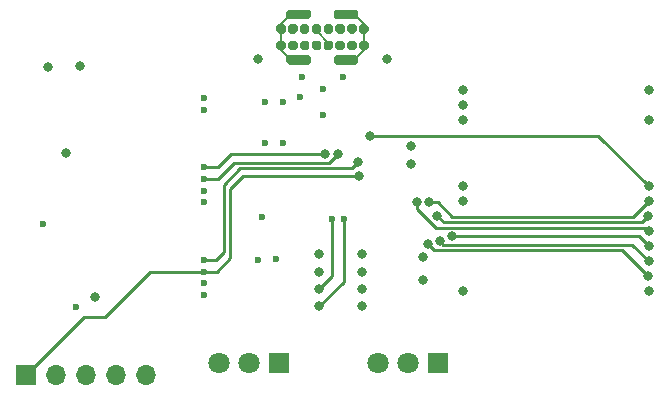
<source format=gbr>
%TF.GenerationSoftware,KiCad,Pcbnew,5.1.8-db9833491~87~ubuntu20.04.1*%
%TF.CreationDate,2020-11-23T17:51:26+01:00*%
%TF.ProjectId,rosalyn-tx,726f7361-6c79-46e2-9d74-782e6b696361,v1.0*%
%TF.SameCoordinates,Original*%
%TF.FileFunction,Copper,L4,Bot*%
%TF.FilePolarity,Positive*%
%FSLAX46Y46*%
G04 Gerber Fmt 4.6, Leading zero omitted, Abs format (unit mm)*
G04 Created by KiCad (PCBNEW 5.1.8-db9833491~87~ubuntu20.04.1) date 2020-11-23 17:51:26*
%MOMM*%
%LPD*%
G01*
G04 APERTURE LIST*
%TA.AperFunction,ComponentPad*%
%ADD10R,1.700000X1.700000*%
%TD*%
%TA.AperFunction,ComponentPad*%
%ADD11O,1.700000X1.700000*%
%TD*%
%TA.AperFunction,ComponentPad*%
%ADD12C,1.800000*%
%TD*%
%TA.AperFunction,ComponentPad*%
%ADD13R,1.800000X1.800000*%
%TD*%
%TA.AperFunction,ViaPad*%
%ADD14C,0.800000*%
%TD*%
%TA.AperFunction,ViaPad*%
%ADD15C,0.600000*%
%TD*%
%TA.AperFunction,Conductor*%
%ADD16C,0.200000*%
%TD*%
%TA.AperFunction,Conductor*%
%ADD17C,0.250000*%
%TD*%
G04 APERTURE END LIST*
%TO.P,J1,B8*%
%TO.N,N/C*%
%TA.AperFunction,ComponentPad*%
G36*
G01*
X145740000Y-48400000D02*
X145740000Y-48000000D01*
G75*
G02*
X145940000Y-47800000I200000J0D01*
G01*
X146340000Y-47800000D01*
G75*
G02*
X146540000Y-48000000I0J-200000D01*
G01*
X146540000Y-48400000D01*
G75*
G02*
X146340000Y-48600000I-200000J0D01*
G01*
X145940000Y-48600000D01*
G75*
G02*
X145740000Y-48400000I0J200000D01*
G01*
G37*
%TD.AperFunction*%
%TO.P,J1,A8*%
%TA.AperFunction,ComponentPad*%
G36*
G01*
X148740000Y-47000000D02*
X148740000Y-46600000D01*
G75*
G02*
X148940000Y-46400000I200000J0D01*
G01*
X149340000Y-46400000D01*
G75*
G02*
X149540000Y-46600000I0J-200000D01*
G01*
X149540000Y-47000000D01*
G75*
G02*
X149340000Y-47200000I-200000J0D01*
G01*
X148940000Y-47200000D01*
G75*
G02*
X148740000Y-47000000I0J200000D01*
G01*
G37*
%TD.AperFunction*%
%TO.P,J1,S1*%
%TO.N,GND*%
%TA.AperFunction,ComponentPad*%
G36*
G01*
X144590000Y-49630000D02*
X144590000Y-49230000D01*
G75*
G02*
X144790000Y-49030000I200000J0D01*
G01*
X146490000Y-49030000D01*
G75*
G02*
X146690000Y-49230000I0J-200000D01*
G01*
X146690000Y-49630000D01*
G75*
G02*
X146490000Y-49830000I-200000J0D01*
G01*
X144790000Y-49830000D01*
G75*
G02*
X144590000Y-49630000I0J200000D01*
G01*
G37*
%TD.AperFunction*%
%TA.AperFunction,ComponentPad*%
G36*
G01*
X148590000Y-49630000D02*
X148590000Y-49230000D01*
G75*
G02*
X148790000Y-49030000I200000J0D01*
G01*
X150490000Y-49030000D01*
G75*
G02*
X150690000Y-49230000I0J-200000D01*
G01*
X150690000Y-49630000D01*
G75*
G02*
X150490000Y-49830000I-200000J0D01*
G01*
X148790000Y-49830000D01*
G75*
G02*
X148590000Y-49630000I0J200000D01*
G01*
G37*
%TD.AperFunction*%
%TA.AperFunction,ComponentPad*%
G36*
G01*
X148590000Y-45770000D02*
X148590000Y-45370000D01*
G75*
G02*
X148790000Y-45170000I200000J0D01*
G01*
X150490000Y-45170000D01*
G75*
G02*
X150690000Y-45370000I0J-200000D01*
G01*
X150690000Y-45770000D01*
G75*
G02*
X150490000Y-45970000I-200000J0D01*
G01*
X148790000Y-45970000D01*
G75*
G02*
X148590000Y-45770000I0J200000D01*
G01*
G37*
%TD.AperFunction*%
%TA.AperFunction,ComponentPad*%
G36*
G01*
X144590000Y-45770000D02*
X144590000Y-45370000D01*
G75*
G02*
X144790000Y-45170000I200000J0D01*
G01*
X146490000Y-45170000D01*
G75*
G02*
X146690000Y-45370000I0J-200000D01*
G01*
X146690000Y-45770000D01*
G75*
G02*
X146490000Y-45970000I-200000J0D01*
G01*
X144790000Y-45970000D01*
G75*
G02*
X144590000Y-45770000I0J200000D01*
G01*
G37*
%TD.AperFunction*%
%TO.P,J1,A12*%
%TA.AperFunction,ComponentPad*%
G36*
G01*
X150740000Y-47000000D02*
X150740000Y-46600000D01*
G75*
G02*
X150940000Y-46400000I200000J0D01*
G01*
X151340000Y-46400000D01*
G75*
G02*
X151540000Y-46600000I0J-200000D01*
G01*
X151540000Y-47000000D01*
G75*
G02*
X151340000Y-47200000I-200000J0D01*
G01*
X150940000Y-47200000D01*
G75*
G02*
X150740000Y-47000000I0J200000D01*
G01*
G37*
%TD.AperFunction*%
%TO.P,J1,A9*%
%TO.N,vcc_usb*%
%TA.AperFunction,ComponentPad*%
G36*
G01*
X149740000Y-47000000D02*
X149740000Y-46600000D01*
G75*
G02*
X149940000Y-46400000I200000J0D01*
G01*
X150340000Y-46400000D01*
G75*
G02*
X150540000Y-46600000I0J-200000D01*
G01*
X150540000Y-47000000D01*
G75*
G02*
X150340000Y-47200000I-200000J0D01*
G01*
X149940000Y-47200000D01*
G75*
G02*
X149740000Y-47000000I0J200000D01*
G01*
G37*
%TD.AperFunction*%
%TO.P,J1,A7*%
%TO.N,usb_N*%
%TA.AperFunction,ComponentPad*%
G36*
G01*
X147740000Y-47000000D02*
X147740000Y-46600000D01*
G75*
G02*
X147940000Y-46400000I200000J0D01*
G01*
X148340000Y-46400000D01*
G75*
G02*
X148540000Y-46600000I0J-200000D01*
G01*
X148540000Y-47000000D01*
G75*
G02*
X148340000Y-47200000I-200000J0D01*
G01*
X147940000Y-47200000D01*
G75*
G02*
X147740000Y-47000000I0J200000D01*
G01*
G37*
%TD.AperFunction*%
%TO.P,J1,A6*%
%TO.N,usb_P*%
%TA.AperFunction,ComponentPad*%
G36*
G01*
X146740000Y-47000000D02*
X146740000Y-46600000D01*
G75*
G02*
X146940000Y-46400000I200000J0D01*
G01*
X147340000Y-46400000D01*
G75*
G02*
X147540000Y-46600000I0J-200000D01*
G01*
X147540000Y-47000000D01*
G75*
G02*
X147340000Y-47200000I-200000J0D01*
G01*
X146940000Y-47200000D01*
G75*
G02*
X146740000Y-47000000I0J200000D01*
G01*
G37*
%TD.AperFunction*%
%TO.P,J1,A5*%
%TO.N,Net-(J1-PadA5)*%
%TA.AperFunction,ComponentPad*%
G36*
G01*
X145740000Y-47000000D02*
X145740000Y-46600000D01*
G75*
G02*
X145940000Y-46400000I200000J0D01*
G01*
X146340000Y-46400000D01*
G75*
G02*
X146540000Y-46600000I0J-200000D01*
G01*
X146540000Y-47000000D01*
G75*
G02*
X146340000Y-47200000I-200000J0D01*
G01*
X145940000Y-47200000D01*
G75*
G02*
X145740000Y-47000000I0J200000D01*
G01*
G37*
%TD.AperFunction*%
%TO.P,J1,A4*%
%TO.N,vcc_usb*%
%TA.AperFunction,ComponentPad*%
G36*
G01*
X144740000Y-47000000D02*
X144740000Y-46600000D01*
G75*
G02*
X144940000Y-46400000I200000J0D01*
G01*
X145340000Y-46400000D01*
G75*
G02*
X145540000Y-46600000I0J-200000D01*
G01*
X145540000Y-47000000D01*
G75*
G02*
X145340000Y-47200000I-200000J0D01*
G01*
X144940000Y-47200000D01*
G75*
G02*
X144740000Y-47000000I0J200000D01*
G01*
G37*
%TD.AperFunction*%
%TO.P,J1,A1*%
%TO.N,GND*%
%TA.AperFunction,ComponentPad*%
G36*
G01*
X143740000Y-47000000D02*
X143740000Y-46600000D01*
G75*
G02*
X143940000Y-46400000I200000J0D01*
G01*
X144340000Y-46400000D01*
G75*
G02*
X144540000Y-46600000I0J-200000D01*
G01*
X144540000Y-47000000D01*
G75*
G02*
X144340000Y-47200000I-200000J0D01*
G01*
X143940000Y-47200000D01*
G75*
G02*
X143740000Y-47000000I0J200000D01*
G01*
G37*
%TD.AperFunction*%
%TO.P,J1,B12*%
%TA.AperFunction,ComponentPad*%
G36*
G01*
X143740000Y-48400000D02*
X143740000Y-48000000D01*
G75*
G02*
X143940000Y-47800000I200000J0D01*
G01*
X144340000Y-47800000D01*
G75*
G02*
X144540000Y-48000000I0J-200000D01*
G01*
X144540000Y-48400000D01*
G75*
G02*
X144340000Y-48600000I-200000J0D01*
G01*
X143940000Y-48600000D01*
G75*
G02*
X143740000Y-48400000I0J200000D01*
G01*
G37*
%TD.AperFunction*%
%TO.P,J1,B9*%
%TO.N,vcc_usb*%
%TA.AperFunction,ComponentPad*%
G36*
G01*
X144740000Y-48400000D02*
X144740000Y-48000000D01*
G75*
G02*
X144940000Y-47800000I200000J0D01*
G01*
X145340000Y-47800000D01*
G75*
G02*
X145540000Y-48000000I0J-200000D01*
G01*
X145540000Y-48400000D01*
G75*
G02*
X145340000Y-48600000I-200000J0D01*
G01*
X144940000Y-48600000D01*
G75*
G02*
X144740000Y-48400000I0J200000D01*
G01*
G37*
%TD.AperFunction*%
%TO.P,J1,B7*%
%TO.N,usb_N*%
%TA.AperFunction,ComponentPad*%
G36*
G01*
X146740000Y-48400000D02*
X146740000Y-48000000D01*
G75*
G02*
X146940000Y-47800000I200000J0D01*
G01*
X147340000Y-47800000D01*
G75*
G02*
X147540000Y-48000000I0J-200000D01*
G01*
X147540000Y-48400000D01*
G75*
G02*
X147340000Y-48600000I-200000J0D01*
G01*
X146940000Y-48600000D01*
G75*
G02*
X146740000Y-48400000I0J200000D01*
G01*
G37*
%TD.AperFunction*%
%TO.P,J1,B1*%
%TO.N,GND*%
%TA.AperFunction,ComponentPad*%
G36*
G01*
X150740000Y-48400000D02*
X150740000Y-48000000D01*
G75*
G02*
X150940000Y-47800000I200000J0D01*
G01*
X151340000Y-47800000D01*
G75*
G02*
X151540000Y-48000000I0J-200000D01*
G01*
X151540000Y-48400000D01*
G75*
G02*
X151340000Y-48600000I-200000J0D01*
G01*
X150940000Y-48600000D01*
G75*
G02*
X150740000Y-48400000I0J200000D01*
G01*
G37*
%TD.AperFunction*%
%TO.P,J1,B4*%
%TO.N,vcc_usb*%
%TA.AperFunction,ComponentPad*%
G36*
G01*
X149740000Y-48400000D02*
X149740000Y-48000000D01*
G75*
G02*
X149940000Y-47800000I200000J0D01*
G01*
X150340000Y-47800000D01*
G75*
G02*
X150540000Y-48000000I0J-200000D01*
G01*
X150540000Y-48400000D01*
G75*
G02*
X150340000Y-48600000I-200000J0D01*
G01*
X149940000Y-48600000D01*
G75*
G02*
X149740000Y-48400000I0J200000D01*
G01*
G37*
%TD.AperFunction*%
%TO.P,J1,B5*%
%TO.N,Net-(J1-PadB5)*%
%TA.AperFunction,ComponentPad*%
G36*
G01*
X148740000Y-48400000D02*
X148740000Y-48000000D01*
G75*
G02*
X148940000Y-47800000I200000J0D01*
G01*
X149340000Y-47800000D01*
G75*
G02*
X149540000Y-48000000I0J-200000D01*
G01*
X149540000Y-48400000D01*
G75*
G02*
X149340000Y-48600000I-200000J0D01*
G01*
X148940000Y-48600000D01*
G75*
G02*
X148740000Y-48400000I0J200000D01*
G01*
G37*
%TD.AperFunction*%
%TO.P,J1,B6*%
%TO.N,usb_P*%
%TA.AperFunction,ComponentPad*%
G36*
G01*
X147740000Y-48400000D02*
X147740000Y-48000000D01*
G75*
G02*
X147940000Y-47800000I200000J0D01*
G01*
X148340000Y-47800000D01*
G75*
G02*
X148540000Y-48000000I0J-200000D01*
G01*
X148540000Y-48400000D01*
G75*
G02*
X148340000Y-48600000I-200000J0D01*
G01*
X147940000Y-48600000D01*
G75*
G02*
X147740000Y-48400000I0J200000D01*
G01*
G37*
%TD.AperFunction*%
%TD*%
D10*
%TO.P,J3,1*%
%TO.N,uart3_tx*%
X122540000Y-76070000D03*
D11*
%TO.P,J3,2*%
%TO.N,N/C*%
X125080000Y-76070000D03*
%TO.P,J3,3*%
%TO.N,vcc_tng9x*%
X127620000Y-76070000D03*
%TO.P,J3,4*%
%TO.N,GND*%
X130160000Y-76070000D03*
%TO.P,J3,5*%
%TO.N,uart3_rx*%
X132700000Y-76070000D03*
%TD*%
D12*
%TO.P,D3,3*%
%TO.N,Net-(D3-Pad3)*%
X138920000Y-75100000D03*
%TO.P,D3,2*%
%TO.N,+3V3*%
X141460000Y-75100000D03*
D13*
%TO.P,D3,1*%
%TO.N,Net-(D3-Pad1)*%
X144000000Y-75100000D03*
%TD*%
%TO.P,D4,1*%
%TO.N,Net-(D4-Pad1)*%
X157460000Y-75100000D03*
D12*
%TO.P,D4,2*%
%TO.N,+3V3*%
X154920000Y-75100000D03*
%TO.P,D4,3*%
%TO.N,Net-(D4-Pad3)*%
X152380000Y-75100000D03*
%TD*%
D14*
%TO.N,GND*%
X159550000Y-68990000D03*
X175250000Y-69000000D03*
X175250000Y-54540000D03*
X175260000Y-52010000D03*
X159550000Y-52000000D03*
X159550000Y-53260000D03*
X159550000Y-54540000D03*
X159550000Y-60110000D03*
X155139998Y-58270000D03*
X150990000Y-68830000D03*
X125970000Y-57310000D03*
X124376312Y-50017943D03*
X147340000Y-65880000D03*
X159570000Y-61370002D03*
X142200000Y-49320000D03*
X153100000Y-49320000D03*
D15*
X142160000Y-66330000D03*
X144270000Y-53000000D03*
D14*
X156140000Y-68050000D03*
D15*
X137600000Y-52650000D03*
X137600000Y-60500000D03*
X137600000Y-68350000D03*
X126790000Y-70310000D03*
X123940000Y-63320000D03*
D14*
X128410000Y-69540000D03*
D15*
X142770000Y-53000000D03*
X142560000Y-62710000D03*
D14*
X150969529Y-70260153D03*
X147349988Y-67349988D03*
D15*
X147660000Y-54130000D03*
D14*
%TO.N,+3V3*%
X150990000Y-65880000D03*
X155170000Y-56740000D03*
D15*
X143720000Y-66320000D03*
X144290000Y-56450000D03*
D14*
X156130000Y-66150000D03*
X127149996Y-49940000D03*
D15*
X137600000Y-53640000D03*
X137600000Y-61490000D03*
X137600000Y-69350000D03*
D14*
X151000000Y-67350000D03*
D15*
X142780000Y-56460000D03*
%TO.N,vcc_usb*%
X147650000Y-51930000D03*
X145769998Y-52570000D03*
D14*
%TO.N,e22_nrst*%
X175249998Y-65190000D03*
X158627341Y-64344979D03*
%TO.N,e22_busy*%
X175250000Y-66450000D03*
X157614181Y-64794990D03*
%TO.N,uart1_rx*%
X147890000Y-57380000D03*
D15*
X137600000Y-58500000D03*
D14*
%TO.N,uart1_tx*%
X148980000Y-57370000D03*
D15*
X137600000Y-59500000D03*
D14*
%TO.N,e22_dio1*%
X175230000Y-67730000D03*
X156587020Y-65012978D03*
%TO.N,spi1_sck*%
X175250000Y-61380000D03*
X156645351Y-61470000D03*
%TO.N,spi1_miso*%
X155644231Y-61445801D03*
X175260000Y-63922341D03*
%TO.N,spi1_mosi*%
X175240589Y-62638060D03*
X157370361Y-62639962D03*
%TO.N,uart3_rx*%
X150650000Y-58090000D03*
D15*
X137600000Y-66350000D03*
D14*
%TO.N,uart3_tx*%
X150770000Y-59280000D03*
D15*
X137600000Y-67350000D03*
D14*
%TO.N,Net-(R7-Pad1)*%
X147340000Y-70300000D03*
D15*
X149430000Y-62910000D03*
%TO.N,Net-(C5-Pad1)*%
X148430000Y-62910000D03*
D14*
X147340000Y-68830000D03*
D15*
%TO.N,usb_N*%
X149420000Y-50900000D03*
%TO.N,usb_P*%
X145880000Y-50900000D03*
D14*
%TO.N,e22_nss*%
X175250000Y-60110000D03*
X151672502Y-55837500D03*
%TD*%
D16*
%TO.N,GND*%
X144140000Y-46800000D02*
X144140000Y-48200000D01*
X144970000Y-49430000D02*
X145640000Y-49430000D01*
X144140000Y-48600000D02*
X144970000Y-49430000D01*
X144140000Y-48200000D02*
X144140000Y-48600000D01*
X144970000Y-45570000D02*
X145640000Y-45570000D01*
X144140000Y-46400000D02*
X144970000Y-45570000D01*
X144140000Y-46800000D02*
X144140000Y-46400000D01*
X151140000Y-46800000D02*
X151140000Y-48200000D01*
X151140000Y-46400000D02*
X150310000Y-45570000D01*
X150310000Y-45570000D02*
X149640000Y-45570000D01*
X151140000Y-46800000D02*
X151140000Y-46400000D01*
X150310000Y-49430000D02*
X149640000Y-49430000D01*
X151140000Y-48600000D02*
X150310000Y-49430000D01*
X151140000Y-48200000D02*
X151140000Y-48600000D01*
D17*
%TO.N,e22_nrst*%
X174404977Y-64344979D02*
X158627341Y-64344979D01*
X175249998Y-65190000D02*
X174404977Y-64344979D01*
%TO.N,e22_busy*%
X175250000Y-66450000D02*
X173869989Y-65069989D01*
X173869989Y-65069989D02*
X157889180Y-65069989D01*
X157889180Y-65069989D02*
X157614181Y-64794990D01*
%TO.N,uart1_rx*%
X138820000Y-58500000D02*
X139940000Y-57380000D01*
X137600000Y-58500000D02*
X138820000Y-58500000D01*
X144310000Y-57380000D02*
X147890000Y-57380000D01*
X139940000Y-57380000D02*
X144310000Y-57380000D01*
%TO.N,uart1_tx*%
X138790000Y-59500000D02*
X137600000Y-59500000D01*
X140134998Y-58155002D02*
X138790000Y-59500000D01*
X148980000Y-57370000D02*
X148194998Y-58155002D01*
X140134998Y-58155002D02*
X148194998Y-58155002D01*
%TO.N,e22_dio1*%
X157094042Y-65520000D02*
X156587020Y-65012978D01*
X175230000Y-67730000D02*
X173020000Y-65520000D01*
X173020000Y-65520000D02*
X157094042Y-65520000D01*
%TO.N,spi1_sck*%
X175250000Y-61380000D02*
X173910044Y-62719956D01*
X158633226Y-62719956D02*
X157383270Y-61470000D01*
X157383270Y-61470000D02*
X156645351Y-61470000D01*
X173910044Y-62719956D02*
X158633226Y-62719956D01*
%TO.N,spi1_miso*%
X157252723Y-63619978D02*
X174957637Y-63619978D01*
X155644231Y-62011486D02*
X157252723Y-63619978D01*
X155644231Y-61445801D02*
X155644231Y-62011486D01*
X174957637Y-63619978D02*
X175260000Y-63922341D01*
%TO.N,spi1_mosi*%
X174708682Y-63169967D02*
X157900366Y-63169967D01*
X157900366Y-63169967D02*
X157370361Y-62639962D01*
X175240589Y-62638060D02*
X174708682Y-63169967D01*
%TO.N,uart3_rx*%
X139270000Y-65690000D02*
X139270000Y-59990000D01*
X139270000Y-59990000D02*
X140654987Y-58605013D01*
X138610000Y-66350000D02*
X139270000Y-65690000D01*
X150134987Y-58605013D02*
X150650000Y-58090000D01*
X137600000Y-66350000D02*
X138610000Y-66350000D01*
X150134987Y-58605013D02*
X140654987Y-58605013D01*
%TO.N,uart3_tx*%
X138710000Y-67350000D02*
X137600000Y-67350000D01*
X139840000Y-66220000D02*
X138710000Y-67350000D01*
X139840000Y-60380000D02*
X139840000Y-66220000D01*
X140940000Y-59280000D02*
X139840000Y-60380000D01*
X140940000Y-59280000D02*
X150770000Y-59280000D01*
X127450000Y-71160000D02*
X122540000Y-76070000D01*
X129200000Y-71160000D02*
X127450000Y-71160000D01*
X133010000Y-67350000D02*
X129200000Y-71160000D01*
X137600000Y-67350000D02*
X133010000Y-67350000D01*
%TO.N,Net-(R7-Pad1)*%
X149430000Y-68210000D02*
X147340000Y-70300000D01*
X149430000Y-62910000D02*
X149430000Y-68210000D01*
%TO.N,Net-(C5-Pad1)*%
X148430000Y-67740000D02*
X147340000Y-68830000D01*
X148430000Y-62910000D02*
X148430000Y-67740000D01*
D16*
%TO.N,usb_P*%
X148140000Y-47957122D02*
X148140000Y-48200000D01*
X147140000Y-46957122D02*
X148140000Y-47957122D01*
X147140000Y-46800000D02*
X147140000Y-46957122D01*
D17*
%TO.N,e22_nss*%
X175250000Y-60110000D02*
X170977500Y-55837500D01*
X170977500Y-55837500D02*
X151672502Y-55837500D01*
%TD*%
M02*

</source>
